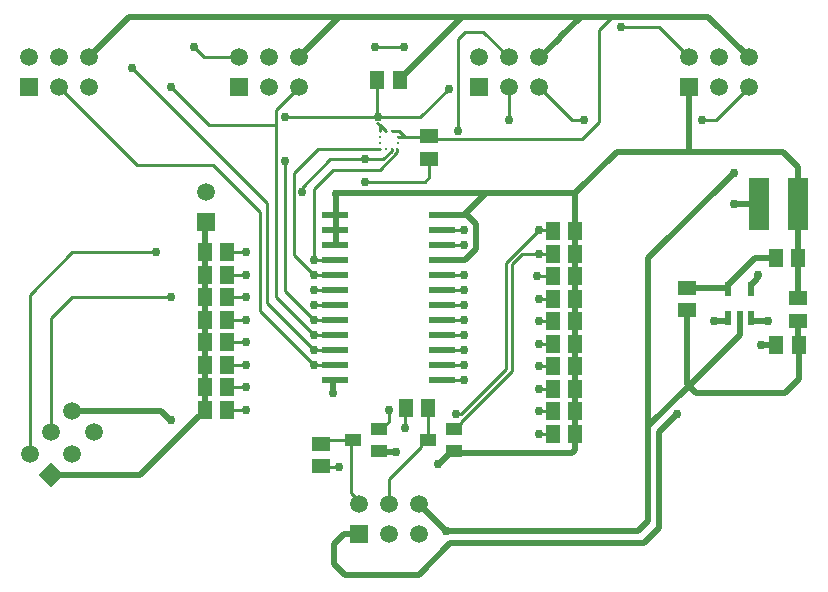
<source format=gtl>
G04*
G04 #@! TF.GenerationSoftware,Altium Limited,Altium Designer,19.1.5 (86)*
G04*
G04 Layer_Physical_Order=1*
G04 Layer_Color=255*
%FSLAX25Y25*%
%MOIN*%
G70*
G01*
G75*
%ADD27R,0.05906X0.05118*%
%ADD28R,0.05118X0.05906*%
%ADD29R,0.07100X0.17700*%
%ADD30R,0.02323X0.04764*%
%ADD31R,0.05512X0.03937*%
%ADD32R,0.09100X0.02200*%
%ADD33R,0.00984X0.01083*%
%ADD34R,0.01083X0.00984*%
%ADD35C,0.02000*%
%ADD36C,0.01000*%
%ADD37P,0.08352X4X90.0*%
%ADD38C,0.05906*%
%ADD39R,0.05906X0.05906*%
%ADD40R,0.05906X0.05906*%
%ADD41C,0.03000*%
D27*
X286500Y99740D02*
D03*
Y92260D02*
D03*
X163500Y146260D02*
D03*
Y153740D02*
D03*
X249500Y95760D02*
D03*
Y103240D02*
D03*
X127500Y51240D02*
D03*
Y43760D02*
D03*
D28*
X279260Y84000D02*
D03*
X286740D02*
D03*
X146260Y172500D02*
D03*
X153740D02*
D03*
X96240Y115000D02*
D03*
X88760D02*
D03*
X96240Y107500D02*
D03*
X88760D02*
D03*
X279020Y113000D02*
D03*
X286500D02*
D03*
X204760Y122000D02*
D03*
X212240D02*
D03*
X163240Y63000D02*
D03*
X155760D02*
D03*
X204760Y114500D02*
D03*
X212240D02*
D03*
X204760Y107000D02*
D03*
X212240D02*
D03*
X204760Y99500D02*
D03*
X212240D02*
D03*
X204760Y92000D02*
D03*
X212240D02*
D03*
X204760Y84500D02*
D03*
X212240D02*
D03*
X204760Y77000D02*
D03*
X212240D02*
D03*
X204760Y69500D02*
D03*
X212240D02*
D03*
X204760Y62000D02*
D03*
X212240D02*
D03*
X204760Y54500D02*
D03*
X212240D02*
D03*
X96240Y62500D02*
D03*
X88760D02*
D03*
X96240Y70000D02*
D03*
X88760D02*
D03*
X96240Y77500D02*
D03*
X88760D02*
D03*
X96240Y85000D02*
D03*
X88760D02*
D03*
X96240Y92500D02*
D03*
X88760D02*
D03*
X96240Y100000D02*
D03*
X88760D02*
D03*
D29*
X273500Y131000D02*
D03*
X286500D02*
D03*
D30*
X263260Y93059D02*
D03*
X267000D02*
D03*
X270740D02*
D03*
Y102941D02*
D03*
X263260D02*
D03*
D31*
X163169Y52500D02*
D03*
X171831Y56240D02*
D03*
Y48760D02*
D03*
X138169Y52500D02*
D03*
X146831Y56240D02*
D03*
Y48760D02*
D03*
D32*
X132200Y127500D02*
D03*
Y122500D02*
D03*
Y117500D02*
D03*
Y112500D02*
D03*
Y107500D02*
D03*
Y102500D02*
D03*
Y97500D02*
D03*
Y92500D02*
D03*
Y87500D02*
D03*
Y82500D02*
D03*
Y77500D02*
D03*
Y72500D02*
D03*
X167800D02*
D03*
Y82500D02*
D03*
Y87500D02*
D03*
Y92500D02*
D03*
Y97500D02*
D03*
Y102500D02*
D03*
Y107500D02*
D03*
Y112500D02*
D03*
Y117500D02*
D03*
Y122500D02*
D03*
Y127500D02*
D03*
Y77500D02*
D03*
D33*
X147047Y149498D02*
D03*
X149016D02*
D03*
X150984D02*
D03*
X152953D02*
D03*
Y155502D02*
D03*
X150984D02*
D03*
X149016D02*
D03*
X147047D02*
D03*
D34*
X153002Y151516D02*
D03*
Y153484D02*
D03*
X146998D02*
D03*
Y151516D02*
D03*
D35*
X224500Y193500D02*
X256500D01*
X214000D02*
X224500D01*
X250000Y148500D02*
X281500D01*
X226000D02*
X250000D01*
Y170000D01*
X256500Y193500D02*
X270000Y180000D01*
X207250Y186750D02*
X214000Y193500D01*
X200500Y180000D02*
X207000Y186500D01*
X174346Y193500D02*
X214000D01*
X200000Y180000D02*
X200500D01*
X133500Y193500D02*
X174346D01*
X153740Y172894D02*
X174346Y193500D01*
X153740Y172500D02*
Y172894D01*
X63500Y193500D02*
X133500D01*
X120000Y180000D02*
X133500Y193500D01*
X50000Y180000D02*
X63500Y193500D01*
X236500Y57000D02*
Y113000D01*
X265000Y141500D01*
X132500Y134740D02*
X182340D01*
X132500Y117600D02*
Y134500D01*
X175050Y127450D02*
X182340Y134740D01*
X132400Y117500D02*
X132500Y117600D01*
X132200Y117500D02*
X132400D01*
X88760Y115000D02*
X88880Y115120D01*
Y124880D01*
X89000Y125000D01*
X77278Y59000D02*
X77500D01*
X74207Y62071D02*
X77278Y59000D01*
X44571Y62071D02*
X74207D01*
X37500Y40858D02*
X67118D01*
X86807Y60547D01*
X87201D01*
X88760Y62106D01*
Y62500D01*
X182340Y134740D02*
X212240D01*
X131500Y68000D02*
Y72400D01*
X131600Y72500D01*
X132200D01*
X235000Y18000D02*
X240000Y23000D01*
Y55000D01*
X246000Y61000D01*
X170500Y18000D02*
X235000D01*
X236500Y25500D02*
Y57000D01*
X233000Y22000D02*
X236500Y25500D01*
X169000Y22000D02*
X233000D01*
X236500Y57000D02*
X250000Y70500D01*
X160000Y31000D02*
X169000Y22000D01*
X175600Y112600D02*
X179000Y116000D01*
X167900Y112600D02*
X175600D01*
X179000Y116000D02*
Y124500D01*
X176100Y127400D02*
X179000Y124500D01*
X167850Y127450D02*
X175050D01*
X152370Y48630D02*
X152500Y48500D01*
X146961Y48630D02*
X152370D01*
X146831Y48760D02*
X146961Y48630D01*
X166500Y44500D02*
X166691Y44691D01*
X166975D01*
X171043Y48760D01*
X171831D01*
X167800Y112500D02*
X167900Y112600D01*
X167800Y127500D02*
X167850Y127450D01*
X212240Y122000D02*
Y134740D01*
X211069Y48000D02*
X212240Y49172D01*
X172591Y48000D02*
X211069D01*
X171831Y48760D02*
X172591Y48000D01*
X212240Y49172D02*
Y54500D01*
Y134740D02*
X226000Y148500D01*
X281500D02*
X286500Y143500D01*
Y131000D02*
Y143500D01*
X135000Y21000D02*
X140000D01*
X131828Y17828D02*
X135000Y21000D01*
X131828Y11172D02*
Y17828D01*
Y11172D02*
X135500Y7500D01*
X160000D01*
X170500Y18000D01*
X249500Y71000D02*
Y95760D01*
Y71000D02*
X250000Y70500D01*
X274000Y84000D02*
X279260D01*
X250000Y70500D02*
X267000Y87500D01*
X250000Y70500D02*
X252500Y68000D01*
X282000D01*
X286740Y72740D01*
Y84000D01*
X286500Y92260D02*
X286620Y92140D01*
Y84120D02*
Y92140D01*
Y84120D02*
X286740Y84000D01*
X88760Y107500D02*
Y115000D01*
Y100000D02*
Y107500D01*
Y92500D02*
Y100000D01*
Y85000D02*
Y92500D01*
Y77500D02*
Y85000D01*
Y70000D02*
Y77500D01*
Y62500D02*
Y70000D01*
X212240Y114500D02*
Y122000D01*
Y107000D02*
Y114500D01*
Y99500D02*
Y107000D01*
Y92000D02*
Y99500D01*
Y84500D02*
Y92000D01*
Y77000D02*
Y84500D01*
Y69500D02*
Y77000D01*
Y62000D02*
Y69500D01*
Y54500D02*
Y62000D01*
X267000Y87500D02*
Y93059D01*
X249500Y103240D02*
X249650Y103091D01*
X263110D01*
X263260Y102941D01*
X258500Y92000D02*
X258691Y92191D01*
X263098D01*
X263260Y92353D01*
Y93059D01*
X272809Y107309D02*
X273000Y107500D01*
X272809Y106230D02*
Y107309D01*
X270740Y104161D02*
X272809Y106230D01*
X270740Y102941D02*
Y104161D01*
X276309Y92191D02*
X276500Y92000D01*
X270902Y92191D02*
X276309D01*
X270740Y92353D02*
X270902Y92191D01*
X270740Y92353D02*
Y93059D01*
X265000Y131000D02*
X273500D01*
X263260Y104161D02*
X272098Y113000D01*
X263260Y102941D02*
Y104161D01*
X272098Y113000D02*
X279020D01*
X286500Y99740D02*
Y113000D01*
Y131000D01*
D36*
X220000Y189000D02*
X224500Y193500D01*
X220000Y158500D02*
Y189000D01*
X214400Y152900D02*
X220000Y158500D01*
X164340Y152900D02*
X214400D01*
X200000Y170000D02*
X211000Y159000D01*
X215000D01*
X254500D02*
X259000D01*
X270000Y170000D01*
X240000Y190000D02*
X250000Y180000D01*
X227500Y190000D02*
X240000D01*
X112500Y157500D02*
Y162500D01*
Y100000D02*
Y157500D01*
X90000D02*
X112500D01*
X77500Y170000D02*
X90000Y157500D01*
X146260Y160000D02*
Y172500D01*
Y160000D02*
X146500D01*
X115500D02*
X146260D01*
X112500Y162500D02*
X120000Y170000D01*
X112500Y100000D02*
X125000Y87500D01*
X207000Y186500D02*
X207250Y186750D01*
X145500Y183500D02*
X155000D01*
X118400Y141400D02*
X126498Y149498D01*
X147047D01*
X118400Y114100D02*
Y141400D01*
Y114100D02*
X125000Y107500D01*
X131500Y142500D02*
X147000D01*
X125000Y136000D02*
X131500Y142500D01*
X125000Y112500D02*
Y136000D01*
X130500Y146000D02*
X142000D01*
X148107D01*
X121000Y136500D02*
X130500Y146000D01*
X121000Y135000D02*
Y136500D01*
X115500Y102000D02*
Y145500D01*
Y102000D02*
X125000Y92500D01*
Y112500D02*
X132200D01*
X125000Y107500D02*
X132200D01*
X64500Y176500D02*
X109500Y131500D01*
Y98000D02*
Y131500D01*
Y98000D02*
X125000Y82500D01*
X40000Y170000D02*
X66000Y144000D01*
X91500D01*
X107000Y128500D01*
Y95500D02*
Y128500D01*
Y95500D02*
X125000Y77500D01*
X85000Y183500D02*
X88500Y180000D01*
X100000D01*
X163500Y153740D02*
X164340Y152900D01*
X160500Y160000D02*
X170000Y169500D01*
X146500Y160000D02*
X160500D01*
X147039Y157512D02*
X149016Y155535D01*
X146260Y158291D02*
X147039Y157512D01*
Y155510D02*
Y157512D01*
Y155510D02*
X147047Y155502D01*
X149016D02*
Y155535D01*
X147000Y142500D02*
X152945Y148445D01*
Y149490D01*
X152953Y149498D01*
X150976Y148870D02*
Y149490D01*
X148107Y146000D02*
X150976Y148870D01*
Y149490D02*
X150984Y149498D01*
X163500Y140000D02*
Y146260D01*
X162000Y138500D02*
X163500Y140000D01*
X142000Y138500D02*
X162000D01*
X155500Y153484D02*
X163244D01*
X153002D02*
X155500D01*
X150984Y155502D02*
X152953D01*
X153482D02*
X155500Y153484D01*
X152953Y155502D02*
X153482D01*
X163244Y153484D02*
X163500Y153740D01*
X44500Y115000D02*
X72500D01*
X30429Y100929D02*
X44500Y115000D01*
X30429Y47929D02*
Y100929D01*
X44500Y100000D02*
X77500D01*
X37500Y93000D02*
X44500Y100000D01*
X37500Y55000D02*
Y93000D01*
X167800Y122500D02*
X175000D01*
X190000Y159000D02*
Y170000D01*
X175500Y188500D02*
X181500D01*
X190000Y180000D01*
X173000Y186000D02*
X175500Y188500D01*
X173000Y155500D02*
Y186000D01*
X167800Y102500D02*
X175000D01*
X189000Y76000D02*
Y111500D01*
X191000Y75410D02*
Y111000D01*
X194500Y114500D01*
X174087Y58496D02*
X191000Y75410D01*
X189000Y111500D02*
X200000Y122500D01*
X194500Y114500D02*
X200000D01*
X174000Y61000D02*
X189000Y76000D01*
X167800Y92500D02*
X175000D01*
X167800Y117500D02*
X175000D01*
X167800Y87500D02*
X175000D01*
X172500Y61000D02*
X174000D01*
X147618Y56240D02*
X150000Y58622D01*
X146831Y56240D02*
X147618D01*
X150000Y58622D02*
Y62500D01*
X174087Y57709D02*
Y58496D01*
X172618Y56240D02*
X174087Y57709D01*
X171831Y56240D02*
X172618D01*
X96240Y62500D02*
X102500D01*
X125000Y77500D02*
X132200D01*
X96240Y70000D02*
X102500D01*
X125000Y82500D02*
X132200D01*
X96240Y77500D02*
X102500D01*
X125000Y87500D02*
X132200D01*
X96240Y85000D02*
X102500D01*
X125000Y92500D02*
X132200D01*
X96240D02*
X102500D01*
X125000Y97500D02*
X132200D01*
X96240Y100000D02*
X102500D01*
X125000Y102500D02*
X132200D01*
X96240Y107500D02*
X102500D01*
X96240Y115000D02*
X102500D01*
X200000Y54500D02*
X204760D01*
X167800Y72500D02*
X175000D01*
X200000Y62000D02*
X204760D01*
X167800Y77500D02*
X175000D01*
X200000Y69500D02*
X204760D01*
X167800Y82500D02*
X175000D01*
X200000Y77000D02*
X204760D01*
X200000Y84500D02*
X204760D01*
X200000Y92000D02*
X204760D01*
X167800Y97500D02*
X175000D01*
X200000Y99500D02*
X204760D01*
X199500Y107000D02*
X204760D01*
X167800Y107500D02*
X175000D01*
X200000Y114500D02*
X204760D01*
X204260Y122500D02*
X204760Y122000D01*
X200000Y122500D02*
X204260D01*
X127500Y43760D02*
X127760Y43500D01*
X133500D01*
X155500Y56500D02*
Y62740D01*
X155760Y63000D01*
X163169Y62929D02*
X163240Y63000D01*
X163169Y52500D02*
Y62929D01*
X150000Y31000D02*
Y39331D01*
X160913Y50244D01*
Y51032D01*
X162382Y52500D01*
X163169D01*
X127500Y51240D02*
X128760Y52500D01*
X138169D01*
X137500Y51831D02*
X138169Y52500D01*
X137500Y34797D02*
Y51831D01*
Y34797D02*
X140000Y32297D01*
Y31000D02*
Y32297D01*
D37*
X37500Y40858D02*
D03*
D38*
X30429Y47929D02*
D03*
X44571D02*
D03*
X37500Y55000D02*
D03*
X51642D02*
D03*
X44571Y62071D02*
D03*
X89000Y135000D02*
D03*
X160000Y31000D02*
D03*
Y21000D02*
D03*
X150000Y31000D02*
D03*
Y21000D02*
D03*
X140000Y31000D02*
D03*
X120000Y180000D02*
D03*
Y170000D02*
D03*
X110000Y180000D02*
D03*
Y170000D02*
D03*
X100000Y180000D02*
D03*
X200000D02*
D03*
Y170000D02*
D03*
X190000Y180000D02*
D03*
Y170000D02*
D03*
X180000Y180000D02*
D03*
X270000D02*
D03*
Y170000D02*
D03*
X260000Y180000D02*
D03*
Y170000D02*
D03*
X250000Y180000D02*
D03*
X50000D02*
D03*
Y170000D02*
D03*
X40000Y180000D02*
D03*
Y170000D02*
D03*
X30000Y180000D02*
D03*
D39*
X89000Y125000D02*
D03*
D40*
X140000Y21000D02*
D03*
X100000Y170000D02*
D03*
X180000D02*
D03*
X250000D02*
D03*
X30000D02*
D03*
D41*
X215000Y159000D02*
D03*
X254500D02*
D03*
X227500Y190000D02*
D03*
X77500Y170000D02*
D03*
X115500Y160000D02*
D03*
X145500Y183500D02*
D03*
X155000D02*
D03*
X265000Y141500D02*
D03*
X115500Y145500D02*
D03*
X125000Y112500D02*
D03*
Y107500D02*
D03*
X64500Y176500D02*
D03*
X121000Y135000D02*
D03*
X85000Y183500D02*
D03*
X170000Y169500D02*
D03*
X146500Y160000D02*
D03*
X142000Y138500D02*
D03*
Y146000D02*
D03*
X132500Y134500D02*
D03*
X77500Y59000D02*
D03*
X72500Y115000D02*
D03*
X77500Y100000D02*
D03*
X169000Y22000D02*
D03*
X131500Y68000D02*
D03*
X175000Y122500D02*
D03*
X190000Y159000D02*
D03*
X173000Y155500D02*
D03*
X175000Y102500D02*
D03*
Y92500D02*
D03*
Y117500D02*
D03*
Y87500D02*
D03*
X172500Y61000D02*
D03*
X150000Y62500D02*
D03*
X152500Y48500D02*
D03*
X166500Y44500D02*
D03*
X246000Y61000D02*
D03*
X274000Y84000D02*
D03*
X102500Y62500D02*
D03*
X125000Y77500D02*
D03*
X102500Y70000D02*
D03*
X125000Y82500D02*
D03*
X102500Y77500D02*
D03*
X125000Y87500D02*
D03*
X102500Y85000D02*
D03*
X125000Y92500D02*
D03*
X102500D02*
D03*
X125000Y97500D02*
D03*
X102500Y100000D02*
D03*
X125000Y102500D02*
D03*
X102500Y107500D02*
D03*
Y115000D02*
D03*
X200000Y54500D02*
D03*
X175000Y72500D02*
D03*
X200000Y62000D02*
D03*
X175000Y77500D02*
D03*
X200000Y69500D02*
D03*
X175000Y82500D02*
D03*
X200000Y77000D02*
D03*
Y84500D02*
D03*
Y92000D02*
D03*
X175000Y97500D02*
D03*
X200000Y99500D02*
D03*
X199500Y107000D02*
D03*
X175000Y107500D02*
D03*
X200000Y114500D02*
D03*
Y122500D02*
D03*
X133500Y43500D02*
D03*
X155500Y56500D02*
D03*
X258500Y92000D02*
D03*
X273000Y107500D02*
D03*
X276500Y92000D02*
D03*
X265000Y131000D02*
D03*
M02*

</source>
